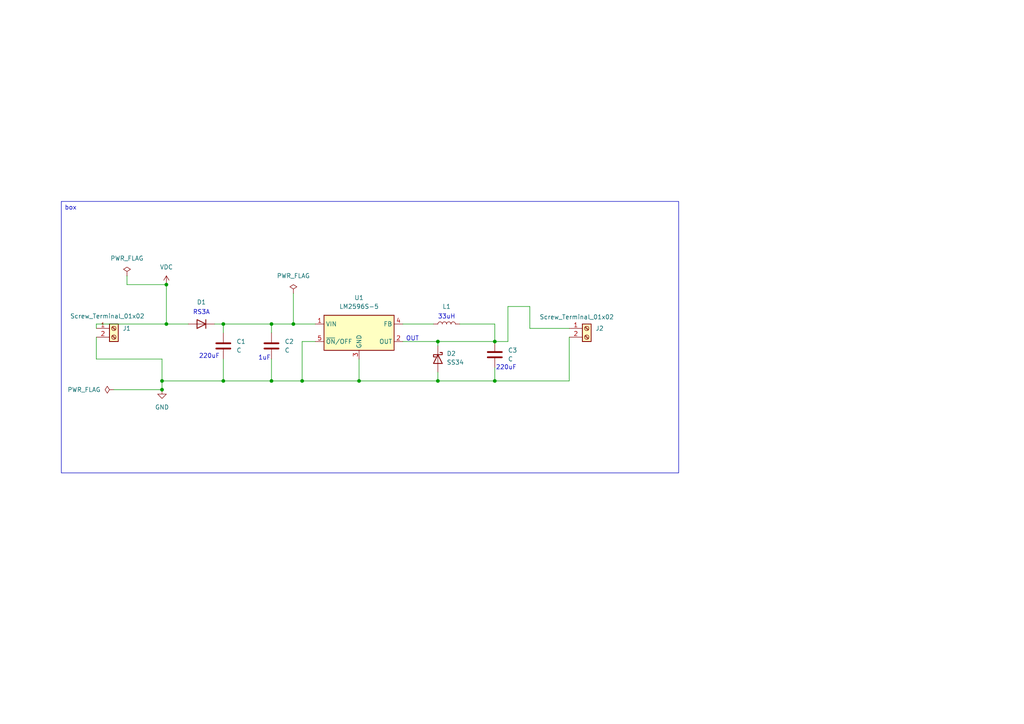
<source format=kicad_sch>
(kicad_sch (version 20250114) (generator "eeschema") (generator_version "9.0")
  (paper "A4")
  (lib_symbols
    (symbol "Connector:Screw_Terminal_01x02" (pin_names (offset 1.016) (hide yes))
      (property "Reference" "J" (at 0 2.54 0))
      (property "Value" "Screw_Terminal_01x02" (at 0 -5.08 0))
      (symbol "Screw_Terminal_01x02_1_1"
        (rectangle (start -1.27 1.27) (end 1.27 -3.81) (stroke (width 0.254)) (fill (type background)))
        (polyline (pts (xy -0.5334 0.3302) (xy 0.3302 -0.508)) (stroke (width 0.1524)))
        (polyline (pts (xy -0.5334 -2.2098) (xy 0.3302 -3.048)) (stroke (width 0.1524)))
        (polyline (pts (xy -0.3556 0.508) (xy 0.508 -0.3302)) (stroke (width 0.1524)))
        (polyline (pts (xy -0.3556 -2.032) (xy 0.508 -2.8702)) (stroke (width 0.1524)))
        (circle (center 0 0) (radius 0.635) (stroke (width 0.1524)))
        (circle (center 0 -2.54) (radius 0.635) (stroke (width 0.1524)))
        (pin passive line (at -5.08 0 0) (length 3.81) (name "Pin_1") (number "1"))
        (pin passive line (at -5.08 -2.54 0) (length 3.81) (name "Pin_2") (number "2"))
      )
    )
    (symbol "Device:C" (pin_numbers (hide yes)) (pin_names (offset 0.254))
      (property "Reference" "C" (at 0.635 2.54 0))
      (property "Value" "C" (at 0.635 -2.54 0))
      (symbol "C_0_1"
        (polyline (pts (xy -2.032 0.762) (xy 2.032 0.762)) (stroke (width 0.508)))
        (polyline (pts (xy -2.032 -0.762) (xy 2.032 -0.762)) (stroke (width 0.508)))
      )
      (symbol "C_1_1"
        (pin passive line (at 0 3.81 270) (length 2.794) (name "~") (number "1"))
        (pin passive line (at 0 -3.81 90) (length 2.794) (name "~") (number "2"))
      )
    )
    (symbol "Device:D" (pin_numbers (hide yes)) (pin_names (offset 1.016) (hide yes))
      (property "Reference" "D" (at 0 2.54 0))
      (property "Value" "D" (at 0 -2.54 0))
      (symbol "D_0_1"
        (polyline (pts (xy -1.27 1.27) (xy -1.27 -1.27)) (stroke (width 0.254)))
        (polyline (pts (xy 1.27 1.27) (xy 1.27 -1.27) (xy -1.27 0) (xy 1.27 1.27)) (stroke (width 0.254)))
        (polyline (pts (xy 1.27 0) (xy -1.27 0)))
      )
      (symbol "D_1_1"
        (pin passive line (at -3.81 0 0) (length 2.54) (name "K") (number "1"))
        (pin passive line (at 3.81 0 180) (length 2.54) (name "A") (number "2"))
      )
    )
    (symbol "Device:L" (pin_numbers (hide yes)) (pin_names (offset 1.016) (hide yes))
      (property "Reference" "L" (at -1.27 0 90))
      (property "Value" "L" (at 1.905 0 90))
      (symbol "L_0_1"
        (arc (start 0 2.54) (mid 0.6323 1.905) (end 0 1.27))
        (arc (start 0 1.27) (mid 0.6323 0.635) (end 0 0))
        (arc (start 0 0) (mid 0.6323 -0.635) (end 0 -1.27))
        (arc (start 0 -1.27) (mid 0.6323 -1.905) (end 0 -2.54))
      )
      (symbol "L_1_1"
        (pin passive line (at 0 3.81 270) (length 1.27) (name "1") (number "1"))
        (pin passive line (at 0 -3.81 90) (length 1.27) (name "2") (number "2"))
      )
    )
    (symbol "Diode:SS34" (pin_numbers (hide yes)) (pin_names (offset 1.016) (hide yes))
      (property "Reference" "D" (at 0 2.54 0))
      (property "Value" "SS34" (at 0 -2.54 0))
      (symbol "SS34_0_1"
        (polyline (pts (xy -1.905 0.635) (xy -1.905 1.27) (xy -1.27 1.27) (xy -1.27 -1.27) (xy -0.635 -1.27) (xy -0.635 -0.635)) (stroke (width 0.254)))
        (polyline (pts (xy 1.27 1.27) (xy 1.27 -1.27) (xy -1.27 0) (xy 1.27 1.27)) (stroke (width 0.254)))
        (polyline (pts (xy 1.27 0) (xy -1.27 0)))
      )
      (symbol "SS34_1_1"
        (pin passive line (at -3.81 0 0) (length 2.54) (name "K") (number "1"))
        (pin passive line (at 3.81 0 180) (length 2.54) (name "A") (number "2"))
      )
    )
    (symbol "Regulator_Switching:LM2596S-5"
      (property "Reference" "U" (at -10.16 6.35 0))
      (property "Value" "LM2596S-5" (at 0 6.35 0))
      (symbol "LM2596S-5_0_1"
        (rectangle (start -10.16 5.08) (end 10.16 -5.08) (stroke (width 0.254)) (fill (type background)))
      )
      (symbol "LM2596S-5_1_1"
        (pin power_in line (at -12.7 2.54 0) (length 2.54) (name "VIN") (number "1"))
        (pin input line (at -12.7 -2.54 0) (length 2.54) (name "~{ON}/OFF") (number "5"))
        (pin power_in line (at 0 -7.62 90) (length 2.54) (name "GND") (number "3"))
        (pin input line (at 12.7 2.54 180) (length 2.54) (name "FB") (number "4"))
        (pin output line (at 12.7 -2.54 180) (length 2.54) (name "OUT") (number "2"))
      )
    )
    (symbol "power:GND" (power) (pin_numbers (hide yes)) (pin_names (offset 0) (hide yes))
      (property "Value" "GND" (at 0 -3.81 0))
      (symbol "GND_0_1"
        (polyline (pts (xy 0 0) (xy 0 -1.27) (xy 1.27 -1.27) (xy 0 -2.54) (xy -1.27 -1.27) (xy 0 -1.27)))
      )
      (symbol "GND_1_1"
        (pin power_in line (at 0 0 270) (length 0) (name "~") (number "1"))
      )
    )
    (symbol "power:PWR_FLAG" (power) (pin_numbers (hide yes)) (pin_names (offset 0) (hide yes))
      (property "Value" "PWR_FLAG" (at 0 3.81 0))
      (symbol "PWR_FLAG_0_0"
        (pin power_out line (at 0 0 90) (length 0) (name "~") (number "1"))
      )
      (symbol "PWR_FLAG_0_1"
        (polyline (pts (xy 0 0) (xy 0 1.27) (xy -1.016 1.905) (xy 0 2.54) (xy 1.016 1.905) (xy 0 1.27)))
      )
    )
    (symbol "power:VDC" (power) (pin_numbers (hide yes)) (pin_names (offset 0) (hide yes))
      (property "Value" "VDC" (at 0 3.556 0))
      (symbol "VDC_0_1"
        (polyline (pts (xy -0.762 1.27) (xy 0 2.54)))
        (polyline (pts (xy 0 2.54) (xy 0.762 1.27)))
        (polyline (pts (xy 0 0) (xy 0 2.54)))
      )
      (symbol "VDC_1_1"
        (pin power_in line (at 0 0 90) (length 0) (name "~") (number "1"))
      )
    )
  )
  (text "OUT\n" (at 119.634 98.298 0) (effects (font (size 1.27 1.27))))
  (text "1uF" (at 76.708 103.886 0) (effects (font (size 1.27 1.27))))
  (text "220uF" (at 146.812 106.68 0) (effects (font (size 1.27 1.27))))
  (text "220uF" (at 60.706 103.378 0) (effects (font (size 1.27 1.27))))
  (text "33uH\n" (at 129.54 91.948 0) (effects (font (size 1.27 1.27))))
  (text "RS3A" (at 58.42 90.678 0) (effects (font (size 1.27 1.27))))
  (text_box "box\n" (at 17.78 58.42 0) (size 179.07 78.74) (margins 0.9525 0.9525 0.9525 0.9525) (effects (font (size 1.27 1.27)) (justify left top)))
  (junction (at 48.26 82.55))
  (junction (at 78.74 110.49))
  (junction (at 46.99 110.49))
  (junction (at 85.09 93.98))
  (junction (at 87.63 110.49))
  (junction (at 127 99.06))
  (junction (at 143.51 110.49))
  (junction (at 143.51 99.06))
  (junction (at 78.74 93.98))
  (junction (at 64.77 93.98))
  (junction (at 127 110.49))
  (junction (at 46.99 113.03))
  (junction (at 104.14 110.49))
  (junction (at 48.26 93.98))
  (junction (at 64.77 110.49))
  (wire (pts (xy 78.74 96.52) (xy 78.74 93.98)))
  (wire (pts (xy 48.26 93.98) (xy 54.61 93.98)))
  (wire (pts (xy 64.77 104.14) (xy 64.77 110.49)))
  (wire (pts (xy 127 99.06) (xy 143.51 99.06)))
  (wire (pts (xy 78.74 110.49) (xy 87.63 110.49)))
  (wire (pts (xy 143.51 99.06) (xy 147.32 99.06)))
  (wire (pts (xy 153.67 95.25) (xy 165.1 95.25)))
  (wire (pts (xy 85.09 85.09) (xy 85.09 93.98)))
  (wire (pts (xy 147.32 88.9) (xy 153.67 88.9)))
  (wire (pts (xy 36.83 80.01) (xy 36.83 82.55)))
  (wire (pts (xy 127 110.49) (xy 143.51 110.49)))
  (wire (pts (xy 143.51 93.98) (xy 143.51 99.06)))
  (wire (pts (xy 78.74 93.98) (xy 85.09 93.98)))
  (wire (pts (xy 165.1 110.49) (xy 165.1 97.79)))
  (wire (pts (xy 33.02 113.03) (xy 46.99 113.03)))
  (wire (pts (xy 143.51 106.68) (xy 143.51 110.49)))
  (wire (pts (xy 46.99 104.14) (xy 46.99 110.49)))
  (wire (pts (xy 46.99 110.49) (xy 46.99 113.03)))
  (wire (pts (xy 62.23 93.98) (xy 64.77 93.98)))
  (wire (pts (xy 133.35 93.98) (xy 143.51 93.98)))
  (wire (pts (xy 64.77 110.49) (xy 78.74 110.49)))
  (wire (pts (xy 104.14 110.49) (xy 127 110.49)))
  (wire (pts (xy 64.77 93.98) (xy 64.77 96.52)))
  (wire (pts (xy 27.94 95.25) (xy 27.94 93.98)))
  (wire (pts (xy 104.14 104.14) (xy 104.14 110.49)))
  (wire (pts (xy 87.63 99.06) (xy 87.63 110.49)))
  (wire (pts (xy 91.44 99.06) (xy 87.63 99.06)))
  (wire (pts (xy 116.84 99.06) (xy 127 99.06)))
  (wire (pts (xy 87.63 110.49) (xy 104.14 110.49)))
  (wire (pts (xy 48.26 82.55) (xy 48.26 93.98)))
  (wire (pts (xy 147.32 99.06) (xy 147.32 88.9)))
  (wire (pts (xy 127 99.06) (xy 127 100.33)))
  (wire (pts (xy 127 107.95) (xy 127 110.49)))
  (wire (pts (xy 116.84 93.98) (xy 125.73 93.98)))
  (wire (pts (xy 27.94 104.14) (xy 46.99 104.14)))
  (wire (pts (xy 46.99 110.49) (xy 64.77 110.49)))
  (wire (pts (xy 27.94 93.98) (xy 48.26 93.98)))
  (wire (pts (xy 85.09 93.98) (xy 91.44 93.98)))
  (wire (pts (xy 153.67 88.9) (xy 153.67 95.25)))
  (wire (pts (xy 64.77 93.98) (xy 78.74 93.98)))
  (wire (pts (xy 27.94 97.79) (xy 27.94 104.14)))
  (wire (pts (xy 143.51 110.49) (xy 165.1 110.49)))
  (wire (pts (xy 36.83 82.55) (xy 48.26 82.55)))
  (wire (pts (xy 78.74 104.14) (xy 78.74 110.49)))
  (symbol (lib_id "Device:C") (at 64.77 100.33 0) (unit 1)
    (property "Reference" "C1" (at 68.58 99.0599 0) (effects (justify left)))
    (property "Value" "C" (at 68.58 101.5999 0) (effects (justify left)))
    (property "Footprint" "Capacitor_THT:CP_Radial_D5.0mm_P2.00mm" (effects (hide yes)))
    (property "Description" "Unpolarized capacitor" (effects (hide yes)))
  )
  (symbol (lib_id "Connector:Screw_Terminal_01x02") (at 33.02 95.25 0) (unit 1)
    (property "Reference" "J1" (at 35.56 95.2499 0) (effects (justify left)))
    (property "Value" "Screw_Terminal_01x02" (at 20.32 91.694 0) (effects (justify left)))
    (property "Footprint" "TerminalBlock:TerminalBlock_bornier-2_P5.08mm" (effects (hide yes)))
    (property "Description" "Generic screw terminal, single row, 01x02, script generated (kicad-library-utils/schlib/autogen/connector/)" (effects (hide yes)))
  )
  (symbol (lib_id "Device:C") (at 78.74 100.33 0) (unit 1)
    (property "Reference" "C2" (at 82.55 99.0599 0) (effects (justify left)))
    (property "Value" "C" (at 82.55 101.5999 0) (effects (justify left)))
    (property "Footprint" "Capacitor_THT:CP_Radial_D5.0mm_P2.00mm" (effects (hide yes)))
    (property "Description" "Unpolarized capacitor" (effects (hide yes)))
  )
  (symbol (lib_id "Device:L") (at 129.54 93.98 90) (unit 1)
    (property "Reference" "L1" (at 129.54 88.9 90))
    (property "Value" "L" (effects (hide yes)))
    (property "Footprint" "Inductor_THT:L_Radial_D10.0mm_P5.00mm_Fastron_07M" (effects (hide yes)))
    (property "Description" "Inductor" (effects (hide yes)))
  )
  (symbol (lib_id "Device:D") (at 58.42 93.98 180) (unit 1)
    (property "Reference" "D1" (at 58.42 87.63 0))
    (property "Value" "D" (effects (hide yes)))
    (property "Footprint" "Diode_THT:D_DO-201AD_P15.24mm_Horizontal" (effects (hide yes)))
    (property "Description" "Diode" (effects (hide yes)))
    (property "Sim.Device" "D" (effects (hide yes)))
    (property "Sim.Pins" "1=K 2=A" (effects (hide yes)))
  )
  (symbol (lib_id "power:VDC") (at 48.26 82.55 0) (unit 1)
    (property "Reference" "#PWR01" (effects (hide yes)))
    (property "Value" "VDC" (at 48.26 77.47 0))
    (property "Description" "Power symbol creates a global label with name \"VDC\"" (effects (hide yes)))
  )
  (symbol (lib_id "Regulator_Switching:LM2596S-5") (at 104.14 96.52 0) (unit 1)
    (property "Reference" "U1" (at 104.14 86.36 0))
    (property "Value" "LM2596S-5" (at 104.14 88.9 0))
    (property "Footprint" "Package_TO_SOT_SMD:TO-263-5_TabPin3" (effects (hide yes)))
    (property "Datasheet" "http://www.ti.com/lit/ds/symlink/lm2596.pdf" (effects (hide yes)))
    (property "Description" "5V 3A Step-Down Voltage Regulator, TO-263" (effects (hide yes)))
  )
  (symbol (lib_id "Connector:Screw_Terminal_01x02") (at 170.18 95.25 0) (unit 1)
    (property "Reference" "J2" (at 172.72 95.2499 0) (effects (justify left)))
    (property "Value" "Screw_Terminal_01x02" (at 156.464 91.948 0) (effects (justify left)))
    (property "Footprint" "TerminalBlock:TerminalBlock_bornier-2_P5.08mm" (effects (hide yes)))
    (property "Description" "Generic screw terminal, single row, 01x02, script generated (kicad-library-utils/schlib/autogen/connector/)" (effects (hide yes)))
  )
  (symbol (lib_id "Diode:SS34") (at 127 104.14 270) (unit 1)
    (property "Reference" "D2" (at 129.54 102.5524 90) (effects (justify left)))
    (property "Value" "SS34" (at 129.54 105.0924 90) (effects (justify left)))
    (property "Footprint" "Diode_SMD:D_SMA" (effects (hide yes)))
    (property "Datasheet" "https://www.vishay.com/docs/88751/ss32.pdf" (effects (hide yes)))
    (property "Description" "40V 3A Schottky Diode, SMA" (effects (hide yes)))
  )
  (symbol (lib_id "Device:C") (at 143.51 102.87 0) (unit 1)
    (property "Reference" "C3" (at 147.32 101.5999 0) (effects (justify left)))
    (property "Value" "C" (at 147.32 104.1399 0) (effects (justify left)))
    (property "Footprint" "Capacitor_THT:CP_Radial_D5.0mm_P2.00mm" (effects (hide yes)))
    (property "Description" "Unpolarized capacitor" (effects (hide yes)))
  )
  (symbol (lib_id "power:PWR_FLAG") (at 85.09 85.09 0) (unit 1)
    (property "Reference" "#FLG03" (effects (hide yes)))
    (property "Value" "PWR_FLAG" (at 85.09 80.01 0))
    (property "Description" "Special symbol for telling ERC where power comes from" (effects (hide yes)))
  )
  (symbol (lib_id "power:GND") (at 46.99 113.03 0) (unit 1)
    (property "Reference" "#PWR02" (effects (hide yes)))
    (property "Value" "GND" (at 46.99 118.11 0))
    (property "Description" "Power symbol creates a global label with name \"GND\" , ground" (effects (hide yes)))
  )
  (symbol (lib_id "power:PWR_FLAG") (at 33.02 113.03 90) (unit 1)
    (property "Reference" "#FLG02" (effects (hide yes)))
    (property "Value" "PWR_FLAG" (at 29.21 113.0299 90) (effects (justify left)))
    (property "Description" "Special symbol for telling ERC where power comes from" (effects (hide yes)))
  )
  (symbol (lib_id "power:PWR_FLAG") (at 36.83 80.01 0) (unit 1)
    (property "Reference" "#FLG01" (effects (hide yes)))
    (property "Value" "PWR_FLAG" (at 36.83 74.93 0))
    (property "Description" "Special symbol for telling ERC where power comes from" (effects (hide yes)))
  )
)
</source>
